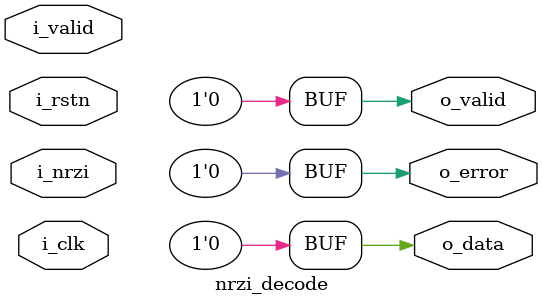
<source format=sv>
module nrzi_decode (
    input   logic           i_clk,
    input   logic           i_rstn,

    input   logic           i_nrzi,
    input   logic           i_valid,

    output  logic           o_data,
    output  logic           o_valid,
    output  logic           o_error
);

// Edit the code here begin ---------------------------------------------------

   assign o_data  = 1'b0;
   assign o_valid = 1'b0;
   assign o_error = 1'b0;

// Edit the code here end -----------------------------------------------------
   
/*
    Following section is necessary for dumping waveforms. This is needed for debug and simulations
*/

`ifndef DISABLE_WAVES
    initial begin
        $dumpfile("./sim_build/nrzi_decode.vcd");
        $dumpvars(0, nrzi_decode);
    end
`endif

endmodule

</source>
